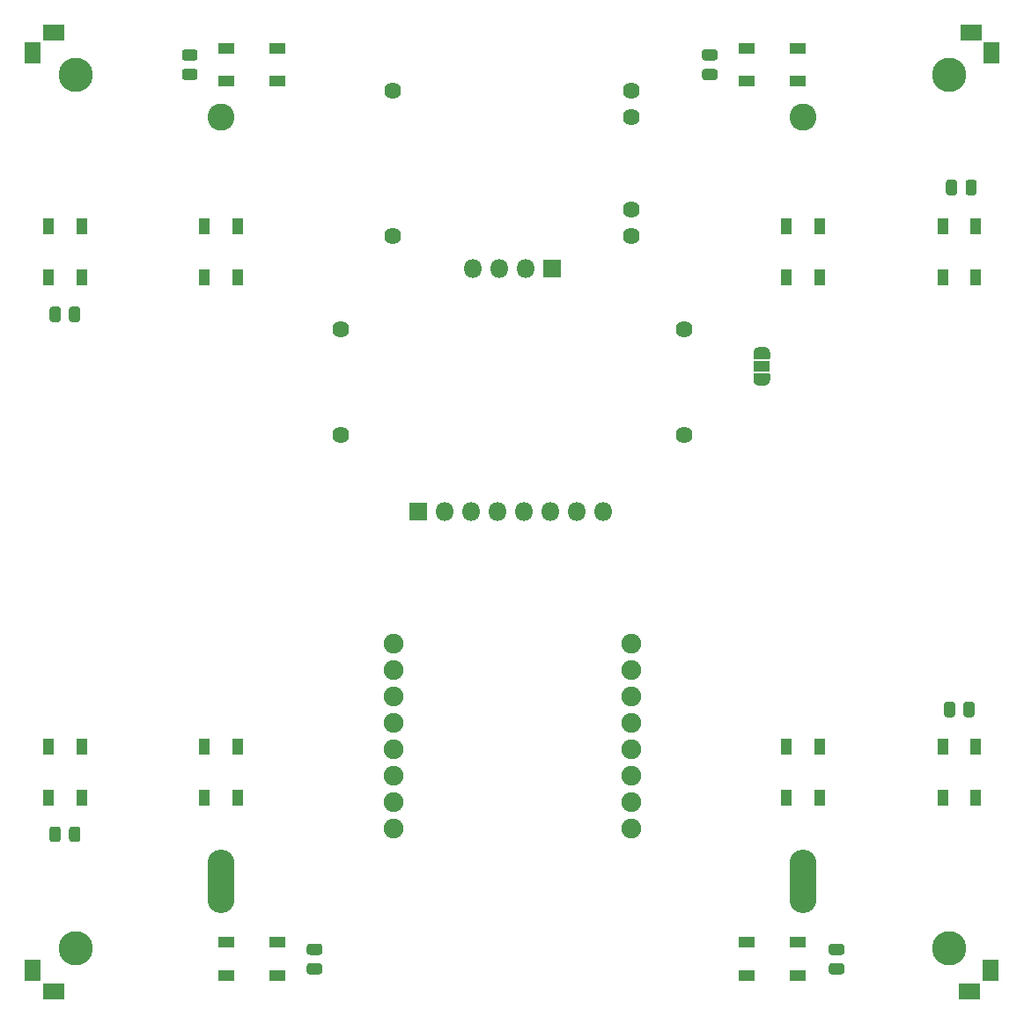
<source format=gbr>
%TF.GenerationSoftware,KiCad,Pcbnew,(5.1.6)-1*%
%TF.CreationDate,2020-10-21T23:40:19+01:00*%
%TF.ProjectId,nyantern,6e79616e-7465-4726-9e2e-6b696361645f,rev?*%
%TF.SameCoordinates,Original*%
%TF.FileFunction,Soldermask,Top*%
%TF.FilePolarity,Negative*%
%FSLAX46Y46*%
G04 Gerber Fmt 4.6, Leading zero omitted, Abs format (unit mm)*
G04 Created by KiCad (PCBNEW (5.1.6)-1) date 2020-10-21 23:40:19*
%MOMM*%
%LPD*%
G01*
G04 APERTURE LIST*
%ADD10R,1.600000X2.100000*%
%ADD11R,2.100000X1.600000*%
%ADD12R,1.100000X1.600000*%
%ADD13C,3.300000*%
%ADD14O,1.800000X1.800000*%
%ADD15R,1.800000X1.800000*%
%ADD16C,1.900000*%
%ADD17C,1.624000*%
%ADD18R,1.600000X1.100000*%
%ADD19C,0.100000*%
%ADD20C,2.600000*%
%ADD21O,2.600000X6.100000*%
G04 APERTURE END LIST*
D10*
%TO.C,REF\u002A\u002A*%
X196000000Y-144100000D03*
%TD*%
D11*
%TO.C,REF\u002A\u002A*%
X194000000Y-146100000D03*
%TD*%
%TO.C,REF\u002A\u002A*%
X105900000Y-146100000D03*
%TD*%
D10*
%TO.C,REF\u002A\u002A*%
X103900000Y-144100000D03*
%TD*%
D11*
%TO.C,REF\u002A\u002A*%
X194100000Y-53900000D03*
%TD*%
D10*
%TO.C,REF\u002A\u002A*%
X196100000Y-55900000D03*
%TD*%
%TO.C,REF\u002A\u002A*%
X103900000Y-55900000D03*
%TD*%
D11*
%TO.C,REF\u002A\u002A*%
X105900000Y-53900000D03*
%TD*%
D12*
%TO.C,D8*%
X120400000Y-77450000D03*
X123600000Y-77450000D03*
X120400000Y-72550000D03*
X123600000Y-72550000D03*
%TD*%
%TO.C,D7*%
X120400000Y-127450000D03*
X123600000Y-127450000D03*
X120400000Y-122550000D03*
X123600000Y-122550000D03*
%TD*%
%TO.C,D4*%
X179600000Y-122550000D03*
X176400000Y-122550000D03*
X179600000Y-127450000D03*
X176400000Y-127450000D03*
%TD*%
%TO.C,D3*%
X179600000Y-72550000D03*
X176400000Y-72550000D03*
X179600000Y-77450000D03*
X176400000Y-77450000D03*
%TD*%
D13*
%TO.C,REF\u002A\u002A*%
X192000000Y-142000000D03*
%TD*%
%TO.C,REF\u002A\u002A*%
X108000000Y-142000000D03*
%TD*%
%TO.C,REF\u002A\u002A*%
X108000000Y-58000000D03*
%TD*%
%TO.C,REF\u002A\u002A*%
X192000000Y-58000000D03*
%TD*%
D14*
%TO.C,U4*%
X158780000Y-100000000D03*
X156240000Y-100000000D03*
X153700000Y-100000000D03*
X151160000Y-100000000D03*
X148620000Y-100000000D03*
X146080000Y-100000000D03*
X143540000Y-100000000D03*
D15*
X141000000Y-100000000D03*
%TD*%
D16*
%TO.C,U3*%
X161430000Y-112640000D03*
X161430000Y-115180000D03*
X161430000Y-117720000D03*
X161430000Y-120260000D03*
X161430000Y-122800000D03*
X161430000Y-125340000D03*
X161430000Y-127880000D03*
X161430000Y-130420000D03*
X138570000Y-130420000D03*
X138570000Y-127880000D03*
X138570000Y-125340000D03*
X138570000Y-122800000D03*
X138570000Y-120260000D03*
X138570000Y-117720000D03*
X138570000Y-115180000D03*
X138570000Y-112640000D03*
%TD*%
D17*
%TO.C,U2*%
X133480000Y-92580000D03*
X133480000Y-82420000D03*
X166510000Y-92580000D03*
X166510000Y-82420000D03*
%TD*%
%TO.C,U1*%
X161500000Y-62040000D03*
X161500000Y-70960000D03*
X161500000Y-73500000D03*
X161500000Y-59500000D03*
X138500000Y-59500000D03*
X138500000Y-73500000D03*
%TD*%
D18*
%TO.C,JP1*%
X174000000Y-86000000D03*
D19*
G36*
X173200602Y-84693889D02*
G01*
X173200602Y-84675466D01*
X173200843Y-84670565D01*
X173205653Y-84621734D01*
X173206373Y-84616881D01*
X173215945Y-84568756D01*
X173217137Y-84563995D01*
X173231381Y-84517040D01*
X173233034Y-84512421D01*
X173251811Y-84467088D01*
X173253909Y-84462651D01*
X173277040Y-84419378D01*
X173279562Y-84415171D01*
X173306822Y-84374372D01*
X173309746Y-84370430D01*
X173340874Y-84332501D01*
X173344169Y-84328866D01*
X173378866Y-84294169D01*
X173382501Y-84290874D01*
X173420430Y-84259746D01*
X173424372Y-84256822D01*
X173465171Y-84229562D01*
X173469378Y-84227040D01*
X173512651Y-84203909D01*
X173517088Y-84201811D01*
X173562421Y-84183034D01*
X173567040Y-84181381D01*
X173613995Y-84167137D01*
X173618756Y-84165945D01*
X173666881Y-84156373D01*
X173671734Y-84155653D01*
X173720565Y-84150843D01*
X173725466Y-84150602D01*
X173743889Y-84150602D01*
X173750000Y-84150000D01*
X174250000Y-84150000D01*
X174256111Y-84150602D01*
X174274534Y-84150602D01*
X174279435Y-84150843D01*
X174328266Y-84155653D01*
X174333119Y-84156373D01*
X174381244Y-84165945D01*
X174386005Y-84167137D01*
X174432960Y-84181381D01*
X174437579Y-84183034D01*
X174482912Y-84201811D01*
X174487349Y-84203909D01*
X174530622Y-84227040D01*
X174534829Y-84229562D01*
X174575628Y-84256822D01*
X174579570Y-84259746D01*
X174617499Y-84290874D01*
X174621134Y-84294169D01*
X174655831Y-84328866D01*
X174659126Y-84332501D01*
X174690254Y-84370430D01*
X174693178Y-84374372D01*
X174720438Y-84415171D01*
X174722960Y-84419378D01*
X174746091Y-84462651D01*
X174748189Y-84467088D01*
X174766966Y-84512421D01*
X174768619Y-84517040D01*
X174782863Y-84563995D01*
X174784055Y-84568756D01*
X174793627Y-84616881D01*
X174794347Y-84621734D01*
X174799157Y-84670565D01*
X174799398Y-84675466D01*
X174799398Y-84693889D01*
X174800000Y-84700000D01*
X174800000Y-85250000D01*
X174799039Y-85259755D01*
X174796194Y-85269134D01*
X174791573Y-85277779D01*
X174785355Y-85285355D01*
X174777779Y-85291573D01*
X174769134Y-85296194D01*
X174759755Y-85299039D01*
X174750000Y-85300000D01*
X173250000Y-85300000D01*
X173240245Y-85299039D01*
X173230866Y-85296194D01*
X173222221Y-85291573D01*
X173214645Y-85285355D01*
X173208427Y-85277779D01*
X173203806Y-85269134D01*
X173200961Y-85259755D01*
X173200000Y-85250000D01*
X173200000Y-84700000D01*
X173200602Y-84693889D01*
G37*
G36*
X173200961Y-86740245D02*
G01*
X173203806Y-86730866D01*
X173208427Y-86722221D01*
X173214645Y-86714645D01*
X173222221Y-86708427D01*
X173230866Y-86703806D01*
X173240245Y-86700961D01*
X173250000Y-86700000D01*
X174750000Y-86700000D01*
X174759755Y-86700961D01*
X174769134Y-86703806D01*
X174777779Y-86708427D01*
X174785355Y-86714645D01*
X174791573Y-86722221D01*
X174796194Y-86730866D01*
X174799039Y-86740245D01*
X174800000Y-86750000D01*
X174800000Y-87300000D01*
X174799398Y-87306111D01*
X174799398Y-87324534D01*
X174799157Y-87329435D01*
X174794347Y-87378266D01*
X174793627Y-87383119D01*
X174784055Y-87431244D01*
X174782863Y-87436005D01*
X174768619Y-87482960D01*
X174766966Y-87487579D01*
X174748189Y-87532912D01*
X174746091Y-87537349D01*
X174722960Y-87580622D01*
X174720438Y-87584829D01*
X174693178Y-87625628D01*
X174690254Y-87629570D01*
X174659126Y-87667499D01*
X174655831Y-87671134D01*
X174621134Y-87705831D01*
X174617499Y-87709126D01*
X174579570Y-87740254D01*
X174575628Y-87743178D01*
X174534829Y-87770438D01*
X174530622Y-87772960D01*
X174487349Y-87796091D01*
X174482912Y-87798189D01*
X174437579Y-87816966D01*
X174432960Y-87818619D01*
X174386005Y-87832863D01*
X174381244Y-87834055D01*
X174333119Y-87843627D01*
X174328266Y-87844347D01*
X174279435Y-87849157D01*
X174274534Y-87849398D01*
X174256111Y-87849398D01*
X174250000Y-87850000D01*
X173750000Y-87850000D01*
X173743889Y-87849398D01*
X173725466Y-87849398D01*
X173720565Y-87849157D01*
X173671734Y-87844347D01*
X173666881Y-87843627D01*
X173618756Y-87834055D01*
X173613995Y-87832863D01*
X173567040Y-87818619D01*
X173562421Y-87816966D01*
X173517088Y-87798189D01*
X173512651Y-87796091D01*
X173469378Y-87772960D01*
X173465171Y-87770438D01*
X173424372Y-87743178D01*
X173420430Y-87740254D01*
X173382501Y-87709126D01*
X173378866Y-87705831D01*
X173344169Y-87671134D01*
X173340874Y-87667499D01*
X173309746Y-87629570D01*
X173306822Y-87625628D01*
X173279562Y-87584829D01*
X173277040Y-87580622D01*
X173253909Y-87537349D01*
X173251811Y-87532912D01*
X173233034Y-87487579D01*
X173231381Y-87482960D01*
X173217137Y-87436005D01*
X173215945Y-87431244D01*
X173206373Y-87383119D01*
X173205653Y-87378266D01*
X173200843Y-87329435D01*
X173200602Y-87324534D01*
X173200602Y-87306111D01*
X173200000Y-87300000D01*
X173200000Y-86750000D01*
X173200961Y-86740245D01*
G37*
%TD*%
%TO.C,C8*%
G36*
G01*
X106600000Y-80518750D02*
X106600000Y-81481250D01*
G75*
G02*
X106331250Y-81750000I-268750J0D01*
G01*
X105793750Y-81750000D01*
G75*
G02*
X105525000Y-81481250I0J268750D01*
G01*
X105525000Y-80518750D01*
G75*
G02*
X105793750Y-80250000I268750J0D01*
G01*
X106331250Y-80250000D01*
G75*
G02*
X106600000Y-80518750I0J-268750D01*
G01*
G37*
G36*
G01*
X108475000Y-80518750D02*
X108475000Y-81481250D01*
G75*
G02*
X108206250Y-81750000I-268750J0D01*
G01*
X107668750Y-81750000D01*
G75*
G02*
X107400000Y-81481250I0J268750D01*
G01*
X107400000Y-80518750D01*
G75*
G02*
X107668750Y-80250000I268750J0D01*
G01*
X108206250Y-80250000D01*
G75*
G02*
X108475000Y-80518750I0J-268750D01*
G01*
G37*
%TD*%
%TO.C,C7*%
G36*
G01*
X106600000Y-130518750D02*
X106600000Y-131481250D01*
G75*
G02*
X106331250Y-131750000I-268750J0D01*
G01*
X105793750Y-131750000D01*
G75*
G02*
X105525000Y-131481250I0J268750D01*
G01*
X105525000Y-130518750D01*
G75*
G02*
X105793750Y-130250000I268750J0D01*
G01*
X106331250Y-130250000D01*
G75*
G02*
X106600000Y-130518750I0J-268750D01*
G01*
G37*
G36*
G01*
X108475000Y-130518750D02*
X108475000Y-131481250D01*
G75*
G02*
X108206250Y-131750000I-268750J0D01*
G01*
X107668750Y-131750000D01*
G75*
G02*
X107400000Y-131481250I0J268750D01*
G01*
X107400000Y-130518750D01*
G75*
G02*
X107668750Y-130250000I268750J0D01*
G01*
X108206250Y-130250000D01*
G75*
G02*
X108475000Y-130518750I0J-268750D01*
G01*
G37*
%TD*%
%TO.C,C6*%
G36*
G01*
X130518750Y-143400000D02*
X131481250Y-143400000D01*
G75*
G02*
X131750000Y-143668750I0J-268750D01*
G01*
X131750000Y-144206250D01*
G75*
G02*
X131481250Y-144475000I-268750J0D01*
G01*
X130518750Y-144475000D01*
G75*
G02*
X130250000Y-144206250I0J268750D01*
G01*
X130250000Y-143668750D01*
G75*
G02*
X130518750Y-143400000I268750J0D01*
G01*
G37*
G36*
G01*
X130518750Y-141525000D02*
X131481250Y-141525000D01*
G75*
G02*
X131750000Y-141793750I0J-268750D01*
G01*
X131750000Y-142331250D01*
G75*
G02*
X131481250Y-142600000I-268750J0D01*
G01*
X130518750Y-142600000D01*
G75*
G02*
X130250000Y-142331250I0J268750D01*
G01*
X130250000Y-141793750D01*
G75*
G02*
X130518750Y-141525000I268750J0D01*
G01*
G37*
%TD*%
%TO.C,C5*%
G36*
G01*
X180718750Y-143400000D02*
X181681250Y-143400000D01*
G75*
G02*
X181950000Y-143668750I0J-268750D01*
G01*
X181950000Y-144206250D01*
G75*
G02*
X181681250Y-144475000I-268750J0D01*
G01*
X180718750Y-144475000D01*
G75*
G02*
X180450000Y-144206250I0J268750D01*
G01*
X180450000Y-143668750D01*
G75*
G02*
X180718750Y-143400000I268750J0D01*
G01*
G37*
G36*
G01*
X180718750Y-141525000D02*
X181681250Y-141525000D01*
G75*
G02*
X181950000Y-141793750I0J-268750D01*
G01*
X181950000Y-142331250D01*
G75*
G02*
X181681250Y-142600000I-268750J0D01*
G01*
X180718750Y-142600000D01*
G75*
G02*
X180450000Y-142331250I0J268750D01*
G01*
X180450000Y-141793750D01*
G75*
G02*
X180718750Y-141525000I268750J0D01*
G01*
G37*
%TD*%
%TO.C,C4*%
G36*
G01*
X193400000Y-119481250D02*
X193400000Y-118518750D01*
G75*
G02*
X193668750Y-118250000I268750J0D01*
G01*
X194206250Y-118250000D01*
G75*
G02*
X194475000Y-118518750I0J-268750D01*
G01*
X194475000Y-119481250D01*
G75*
G02*
X194206250Y-119750000I-268750J0D01*
G01*
X193668750Y-119750000D01*
G75*
G02*
X193400000Y-119481250I0J268750D01*
G01*
G37*
G36*
G01*
X191525000Y-119481250D02*
X191525000Y-118518750D01*
G75*
G02*
X191793750Y-118250000I268750J0D01*
G01*
X192331250Y-118250000D01*
G75*
G02*
X192600000Y-118518750I0J-268750D01*
G01*
X192600000Y-119481250D01*
G75*
G02*
X192331250Y-119750000I-268750J0D01*
G01*
X191793750Y-119750000D01*
G75*
G02*
X191525000Y-119481250I0J268750D01*
G01*
G37*
%TD*%
%TO.C,C3*%
G36*
G01*
X193600000Y-69281250D02*
X193600000Y-68318750D01*
G75*
G02*
X193868750Y-68050000I268750J0D01*
G01*
X194406250Y-68050000D01*
G75*
G02*
X194675000Y-68318750I0J-268750D01*
G01*
X194675000Y-69281250D01*
G75*
G02*
X194406250Y-69550000I-268750J0D01*
G01*
X193868750Y-69550000D01*
G75*
G02*
X193600000Y-69281250I0J268750D01*
G01*
G37*
G36*
G01*
X191725000Y-69281250D02*
X191725000Y-68318750D01*
G75*
G02*
X191993750Y-68050000I268750J0D01*
G01*
X192531250Y-68050000D01*
G75*
G02*
X192800000Y-68318750I0J-268750D01*
G01*
X192800000Y-69281250D01*
G75*
G02*
X192531250Y-69550000I-268750J0D01*
G01*
X191993750Y-69550000D01*
G75*
G02*
X191725000Y-69281250I0J268750D01*
G01*
G37*
%TD*%
%TO.C,C2*%
G36*
G01*
X169481250Y-56600000D02*
X168518750Y-56600000D01*
G75*
G02*
X168250000Y-56331250I0J268750D01*
G01*
X168250000Y-55793750D01*
G75*
G02*
X168518750Y-55525000I268750J0D01*
G01*
X169481250Y-55525000D01*
G75*
G02*
X169750000Y-55793750I0J-268750D01*
G01*
X169750000Y-56331250D01*
G75*
G02*
X169481250Y-56600000I-268750J0D01*
G01*
G37*
G36*
G01*
X169481250Y-58475000D02*
X168518750Y-58475000D01*
G75*
G02*
X168250000Y-58206250I0J268750D01*
G01*
X168250000Y-57668750D01*
G75*
G02*
X168518750Y-57400000I268750J0D01*
G01*
X169481250Y-57400000D01*
G75*
G02*
X169750000Y-57668750I0J-268750D01*
G01*
X169750000Y-58206250D01*
G75*
G02*
X169481250Y-58475000I-268750J0D01*
G01*
G37*
%TD*%
%TO.C,C1*%
G36*
G01*
X119481250Y-56600000D02*
X118518750Y-56600000D01*
G75*
G02*
X118250000Y-56331250I0J268750D01*
G01*
X118250000Y-55793750D01*
G75*
G02*
X118518750Y-55525000I268750J0D01*
G01*
X119481250Y-55525000D01*
G75*
G02*
X119750000Y-55793750I0J-268750D01*
G01*
X119750000Y-56331250D01*
G75*
G02*
X119481250Y-56600000I-268750J0D01*
G01*
G37*
G36*
G01*
X119481250Y-58475000D02*
X118518750Y-58475000D01*
G75*
G02*
X118250000Y-58206250I0J268750D01*
G01*
X118250000Y-57668750D01*
G75*
G02*
X118518750Y-57400000I268750J0D01*
G01*
X119481250Y-57400000D01*
G75*
G02*
X119750000Y-57668750I0J-268750D01*
G01*
X119750000Y-58206250D01*
G75*
G02*
X119481250Y-58475000I-268750J0D01*
G01*
G37*
%TD*%
D12*
%TO.C,D8*%
X108600000Y-72550000D03*
X105400000Y-72550000D03*
X108600000Y-77450000D03*
X105400000Y-77450000D03*
%TD*%
%TO.C,D7*%
X108600000Y-122550000D03*
X105400000Y-122550000D03*
X108600000Y-127450000D03*
X105400000Y-127450000D03*
%TD*%
D18*
%TO.C,D6*%
X122550000Y-141400000D03*
X122550000Y-144600000D03*
X127450000Y-141400000D03*
X127450000Y-144600000D03*
%TD*%
%TO.C,D5*%
X172550000Y-141400000D03*
X172550000Y-144600000D03*
X177450000Y-141400000D03*
X177450000Y-144600000D03*
%TD*%
D12*
%TO.C,D4*%
X191400000Y-127450000D03*
X194600000Y-127450000D03*
X191400000Y-122550000D03*
X194600000Y-122550000D03*
%TD*%
%TO.C,D3*%
X191400000Y-77450000D03*
X194600000Y-77450000D03*
X191400000Y-72550000D03*
X194600000Y-72550000D03*
%TD*%
D18*
%TO.C,D2*%
X177450000Y-58600000D03*
X177450000Y-55400000D03*
X172550000Y-58600000D03*
X172550000Y-55400000D03*
%TD*%
%TO.C,D1*%
X127450000Y-58600000D03*
X127450000Y-55400000D03*
X122550000Y-58600000D03*
X122550000Y-55400000D03*
%TD*%
D20*
%TO.C,BT2*%
X122000000Y-62000000D03*
D21*
X122000000Y-135500000D03*
%TD*%
D20*
%TO.C,BT1*%
X178000000Y-62000000D03*
D21*
X178000000Y-135500000D03*
%TD*%
D15*
%TO.C,J1*%
X153820000Y-76620000D03*
D14*
X151280000Y-76620000D03*
X148740000Y-76620000D03*
X146200000Y-76620000D03*
%TD*%
M02*

</source>
